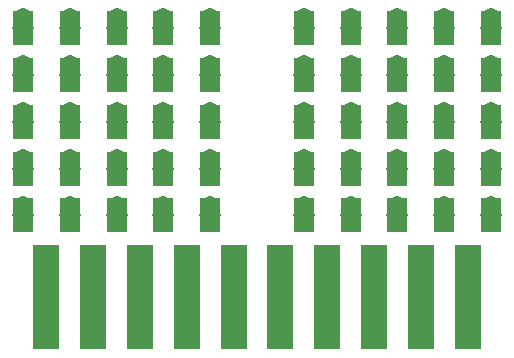
<source format=gts>
G75*
%MOIN*%
%OFA0B0*%
%FSLAX25Y25*%
%IPPOS*%
%LPD*%
%AMOC8*
5,1,8,0,0,1.08239X$1,22.5*
%
%ADD10R,0.08800X0.34800*%
%ADD11R,0.07100X0.05400*%
%ADD12R,0.07200X0.00600*%
%ADD13C,0.05400*%
D10*
X0031050Y0018400D03*
X0046650Y0018400D03*
X0062250Y0018400D03*
X0077850Y0018400D03*
X0093450Y0018400D03*
X0109050Y0018400D03*
X0124650Y0018400D03*
X0140250Y0018400D03*
X0155850Y0018400D03*
X0171450Y0018400D03*
D11*
X0163650Y0042700D03*
X0163650Y0048700D03*
X0163650Y0058300D03*
X0163650Y0064300D03*
X0148050Y0064300D03*
X0148050Y0058300D03*
X0148050Y0048700D03*
X0148050Y0042700D03*
X0132450Y0042700D03*
X0132450Y0048700D03*
X0132450Y0058300D03*
X0132450Y0064300D03*
X0132450Y0073900D03*
X0132450Y0079900D03*
X0132450Y0089500D03*
X0132450Y0095500D03*
X0132450Y0105100D03*
X0132450Y0111100D03*
X0116850Y0111100D03*
X0116850Y0105100D03*
X0116850Y0095500D03*
X0116850Y0089500D03*
X0116850Y0079900D03*
X0116850Y0073900D03*
X0116850Y0064300D03*
X0116850Y0058300D03*
X0116850Y0048700D03*
X0116850Y0042700D03*
X0085650Y0042700D03*
X0085650Y0048700D03*
X0085650Y0058300D03*
X0085650Y0064300D03*
X0085650Y0073900D03*
X0085650Y0079900D03*
X0085650Y0089500D03*
X0085650Y0095500D03*
X0085650Y0105100D03*
X0085650Y0111100D03*
X0070050Y0111100D03*
X0070050Y0105100D03*
X0070050Y0095500D03*
X0070050Y0089500D03*
X0070050Y0079900D03*
X0070050Y0073900D03*
X0070050Y0064300D03*
X0070050Y0058300D03*
X0070050Y0048700D03*
X0070050Y0042700D03*
X0054450Y0042700D03*
X0054450Y0048700D03*
X0054450Y0058300D03*
X0054450Y0064300D03*
X0038850Y0064300D03*
X0038850Y0058300D03*
X0038850Y0048700D03*
X0038850Y0042700D03*
X0023250Y0042700D03*
X0023250Y0048700D03*
X0023250Y0058300D03*
X0023250Y0064300D03*
X0023250Y0073900D03*
X0023250Y0079900D03*
X0023250Y0089500D03*
X0023250Y0095500D03*
X0023250Y0105100D03*
X0023250Y0111100D03*
X0038850Y0111100D03*
X0038850Y0105100D03*
X0038850Y0095500D03*
X0038850Y0089500D03*
X0038850Y0079900D03*
X0038850Y0073900D03*
X0054450Y0073900D03*
X0054450Y0079900D03*
X0054450Y0089500D03*
X0054450Y0095500D03*
X0054450Y0105100D03*
X0054450Y0111100D03*
X0148050Y0111100D03*
X0148050Y0105100D03*
X0148050Y0095500D03*
X0148050Y0089500D03*
X0148050Y0079900D03*
X0148050Y0073900D03*
X0163650Y0073900D03*
X0163650Y0079900D03*
X0163650Y0089500D03*
X0163650Y0095500D03*
X0163650Y0105100D03*
X0163650Y0111100D03*
X0179250Y0111100D03*
X0179250Y0105100D03*
X0179250Y0095500D03*
X0179250Y0089500D03*
X0179250Y0079900D03*
X0179250Y0073900D03*
X0179250Y0064300D03*
X0179250Y0058300D03*
X0179250Y0048700D03*
X0179250Y0042700D03*
D12*
X0179250Y0045700D03*
X0163650Y0045700D03*
X0148050Y0045700D03*
X0132450Y0045700D03*
X0116850Y0045700D03*
X0116850Y0061300D03*
X0132450Y0061300D03*
X0148050Y0061300D03*
X0163650Y0061300D03*
X0179250Y0061300D03*
X0179250Y0076900D03*
X0163650Y0076900D03*
X0148050Y0076900D03*
X0132450Y0076900D03*
X0116850Y0076900D03*
X0116850Y0092500D03*
X0132450Y0092500D03*
X0148050Y0092500D03*
X0163650Y0092500D03*
X0179250Y0092500D03*
X0179250Y0108100D03*
X0163650Y0108100D03*
X0148050Y0108100D03*
X0132450Y0108100D03*
X0116850Y0108100D03*
X0085650Y0108100D03*
X0070050Y0108100D03*
X0054450Y0108100D03*
X0038850Y0108100D03*
X0023250Y0108100D03*
X0023250Y0092500D03*
X0038850Y0092500D03*
X0054450Y0092500D03*
X0070050Y0092500D03*
X0085650Y0092500D03*
X0085650Y0076900D03*
X0070050Y0076900D03*
X0054450Y0076900D03*
X0038850Y0076900D03*
X0023250Y0076900D03*
X0023250Y0061300D03*
X0038850Y0061300D03*
X0054450Y0061300D03*
X0070050Y0061300D03*
X0085650Y0061300D03*
X0085650Y0045700D03*
X0070050Y0045700D03*
X0054450Y0045700D03*
X0038850Y0045700D03*
X0023250Y0045700D03*
D13*
X0023250Y0049600D03*
X0038850Y0049600D03*
X0054450Y0049600D03*
X0070050Y0049600D03*
X0085650Y0049600D03*
X0085650Y0065200D03*
X0070050Y0065200D03*
X0054450Y0065200D03*
X0038850Y0065200D03*
X0023250Y0065200D03*
X0023250Y0080800D03*
X0038850Y0080800D03*
X0054450Y0080800D03*
X0070050Y0080800D03*
X0085650Y0080800D03*
X0085650Y0096400D03*
X0070050Y0096400D03*
X0054450Y0096400D03*
X0038850Y0096400D03*
X0023250Y0096400D03*
X0023250Y0112000D03*
X0038850Y0112000D03*
X0054450Y0112000D03*
X0070050Y0112000D03*
X0085650Y0112000D03*
X0116850Y0112000D03*
X0132450Y0112000D03*
X0148050Y0112000D03*
X0163650Y0112000D03*
X0179250Y0112000D03*
X0179250Y0096400D03*
X0163650Y0096400D03*
X0148050Y0096400D03*
X0132450Y0096400D03*
X0116850Y0096400D03*
X0116850Y0080800D03*
X0132450Y0080800D03*
X0148050Y0080800D03*
X0163650Y0080800D03*
X0179250Y0080800D03*
X0179250Y0065200D03*
X0163650Y0065200D03*
X0148050Y0065200D03*
X0132450Y0065200D03*
X0116850Y0065200D03*
X0116850Y0049600D03*
X0132450Y0049600D03*
X0148050Y0049600D03*
X0163650Y0049600D03*
X0179250Y0049600D03*
M02*

</source>
